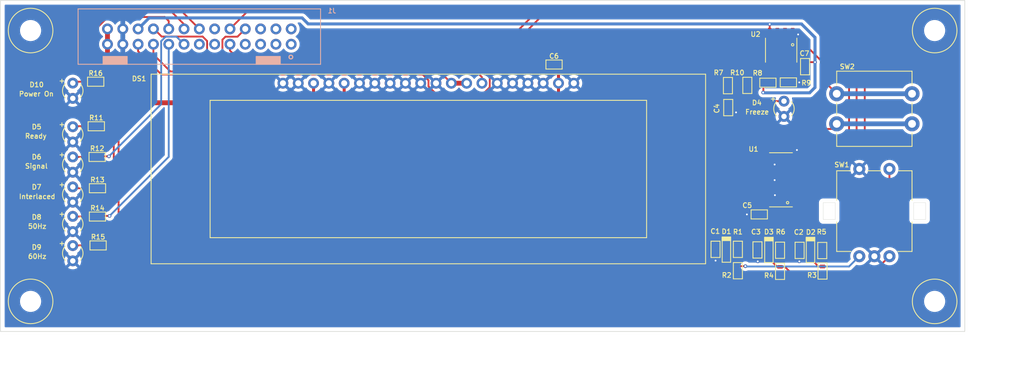
<source format=kicad_pcb>
(kicad_pcb (version 20240108) (generator "pcbnew") (generator_version "8.0")
  (layers (0 "F.Cu" signal) (31 "B.Cu" signal) (34 "B.Paste" user) (35 "F.Paste" user) (36 "B.SilkS" user "B.Silkscreen") (37 "F.SilkS" user "F.Silkscreen") (38 "B.Mask" user) (39 "F.Mask" user) (44 "Edge.Cuts" user))
  (property "VERSION" "1")
  (net 0 "")
  (net 1 "GND")
  (net 2 "Net-(D1-K)")
  (net 3 "Net-(D2-K)")
  (net 4 "Net-(D3-K)")
  (net 5 "Net-(C4-Pad2)")
  (net 6 "+3V3")
  (net 7 "+5V")
  (net 8 "Net-(D1-A)")
  (net 9 "Net-(D2-A)")
  (net 10 "Net-(D3-A)")
  (net 18 "/RENC_A")
  (net 19 "/RENC_B")
  (net 20 "/RENC_SW")
  (net 24 "/D_READY")
  (net 25 "/D_SIGNAL")
  (net 26 "/D_INTERLACED")
  (net 27 "/D_50HZ")
  (net 28 "/D_60HZ")
  (net 29 "/SDA")
  (net 30 "/SCL")
  (net 31 "/FREEZE")
  (net 32 "Net-(U2-THR)")
  (net 33 "Net-(D4-Anode)")
  (net 34 "Net-(D5-Anode)")
  (net 35 "Net-(D6-Anode)")
  (net 36 "Net-(D7-Anode)")
  (net 37 "Net-(D8-Anode)")
  (net 38 "Net-(D9-Anode)")
  (net 39 "Net-(D10-Anode)")
  (footprint "tbc-ui:MH_7.4MMCx3.2MMD_NON_COPPER_NPTH" (layer "F.Cu") (at 85 70)
    (property "Reference" "MH1" (hide yes))
    (property "Value" "MH_7.4MMNCx3.2MMD" (hide yes))
    (pad "" np_thru_hole circle (at 0 0) (size 3.2 3.2) (drill 3.2) (layers "*.Cu" "*.Mask"))
  )
  (footprint "tbc-ui:MH_7.4MMCx3.2MMD_NON_COPPER_NPTH" (layer "F.Cu") (at 235 115)
    (property "Reference" "MH4" (hide yes))
    (property "Value" "MH_7.4MMNCx3.2MMD" (hide yes))
    (pad "" np_thru_hole circle (at 0 0) (size 3.2 3.2) (drill 3.2) (layers "*.Cu" "*.Mask"))
  )
  (footprint "tbc-ui:C0603" (layer "F.Cu") (at 205.9 100.55 180)
    (property "Reference" "C5" (at 2 1.5 180) (layer "F.SilkS") (effects (font (size 0.8 0.8) (thickness 0.15) (bold yes))))
    (property "Value" "100n" (hide yes))
    (pad "1" smd rect (at -0.75 0 180) (size 0.6 0.9) (layers "F.Cu" "F.Paste" "F.Mask") (net 6 "+3V3"))
    (pad "2" smd rect (at 0.75 0 180) (size 0.6 0.9) (layers "F.Cu" "F.Paste" "F.Mask") (net 1 "GND"))
  )
  (footprint "tbc-ui:R0603" (layer "F.Cu") (at 209.35 110 -90)
    (property "Reference" "R4" (at 0.699999 1.849999 180) (layer "F.SilkS") (effects (font (size 0.8 0.8) (thickness 0.15) (bold yes))))
    (property "Value" "10k" (hide yes))
    (pad "1" smd rect (at -0.75 0 270) (size 0.6 0.9) (layers "F.Cu" "F.Paste" "F.Mask") (net 10 "Net-(D3-A)"))
    (pad "2" smd rect (at 0.75 0 270) (size 0.6 0.9) (layers "F.Cu" "F.Paste" "F.Mask") (net 6 "+3V3"))
  )
  (footprint "tbc-ui:1N4148WS" (layer "F.Cu") (at 214.4 106.75 -90)
    (property "Reference" "D2" (at -3.250001 -0.049999 0) (layer "F.SilkS") (effects (font (size 0.8 0.8) (thickness 0.15) (bold yes))))
    (property "Value" "1N4148WS" (hide yes))
    (pad "1" smd rect (at -1.125 0 270) (size 0.85 0.7) (layers "F.Cu" "F.Paste" "F.Mask") (net 3 "Net-(D2-K)"))
    (pad "2" smd rect (at 1.125 0 270) (size 0.85 0.7) (layers "F.Cu" "F.Paste" "F.Mask") (net 9 "Net-(D2-A)"))
  )
  (footprint "tbc-ui:R0603" (layer "F.Cu") (at 203.92 79.115 90)
    (property "Reference" "R10" (at 2.115 -1.67 0) (layer "F.SilkS") (effects (font (size 0.8 0.8) (thickness 0.15) (bold yes))))
    (property "Value" "560" (hide yes))
    (pad "1" smd rect (at -0.75 0 90) (size 0.6 0.9) (layers "F.Cu" "F.Paste" "F.Mask") (net 33 "Net-(D4-Anode)"))
    (pad "2" smd rect (at 0.75 0 90) (size 0.6 0.9) (layers "F.Cu" "F.Paste" "F.Mask") (net 31 "/FREEZE"))
  )
  (footprint "tbc-ui:R0603" (layer "F.Cu") (at 209.35 106.5 -90)
    (property "Reference" "R6" (at -3.05 -0.1 180) (layer "F.SilkS") (effects (font (size 0.8 0.8) (thickness 0.15) (bold yes))))
    (property "Value" "10k" (hide yes))
    (pad "1" smd rect (at -0.75 0 270) (size 0.6 0.9) (layers "F.Cu" "F.Paste" "F.Mask") (net 4 "Net-(D3-K)"))
    (pad "2" smd rect (at 0.75 0 270) (size 0.6 0.9) (layers "F.Cu" "F.Paste" "F.Mask") (net 10 "Net-(D3-A)"))
  )
  (footprint "tbc-ui:C0603" (layer "F.Cu") (at 212.6 106.525 90)
    (property "Reference" "C2" (at 3.025 -0.15 0) (layer "F.SilkS") (effects (font (size 0.8 0.8) (thickness 0.15) (bold yes))))
    (property "Value" "0.01u" (hide yes))
    (pad "1" smd rect (at -0.75 0 90) (size 0.6 0.9) (layers "F.Cu" "F.Paste" "F.Mask") (net 1 "GND"))
    (pad "2" smd rect (at 0.75 0 90) (size 0.6 0.9) (layers "F.Cu" "F.Paste" "F.Mask") (net 3 "Net-(D2-K)"))
  )
  (footprint "tbc-ui:R0603" (layer "F.Cu") (at 95.9 85.9)
    (property "Reference" "R11" (at 0 -1.4 0) (layer "F.SilkS") (effects (font (size 0.8 0.8) (thickness 0.15) (bold yes))))
    (property "Value" "560" (hide yes))
    (pad "1" smd rect (at -0.75 0) (size 0.6 0.9) (layers "F.Cu" "F.Paste" "F.Mask") (net 34 "Net-(D5-Anode)"))
    (pad "2" smd rect (at 0.75 0) (size 0.6 0.9) (layers "F.Cu" "F.Paste" "F.Mask") (net 24 "/D_READY"))
  )
  (footprint "tbc-ui:MH_7.4MMCx3.2MMD_NON_COPPER_NPTH" (layer "F.Cu") (at 235 70)
    (property "Reference" "MH3" (hide yes))
    (property "Value" "MH_7.4MMNCx3.2MMD" (hide yes))
    (pad "" np_thru_hole circle (at 0 0) (size 3.2 3.2) (drill 3.2) (layers "*.Cu" "*.Mask"))
  )
  (footprint "tbc-ui:WP424" (layer "F.Cu") (at 92 87.25)
    (property "Reference" "D5" (at -6 -1.25 0) (layer "F.SilkS") (effects (font (size 0.8 0.8) (thickness 0.15) (bold yes))))
    (property "Value" "WP424GDT" (hide yes))
    (fp_text user "Ready" (at -8 0.75 0) (layer "F.SilkS") (effects (font (size 0.8 0.8) (thickness 0.15) (bold yes)) (justify left bottom)))
    (fp_text user "+" (at -2.4 -1.2 0) (layer "F.SilkS") (effects (font (size 0.8 0.8) (thickness 0.15) (bold yes)) (justify left bottom)))
    (pad "1" thru_hole circle (at 0 1.27) (size 1.8 1.8) (drill 0.9) (layers "*.Cu" "*.Mask") (net 1 "GND"))
    (pad "2" thru_hole circle (at 0 -1.27) (size 1.8 1.8) (drill 0.9) (layers "*.Cu" "*.Mask") (net 34 "Net-(D5-Anode)"))
  )
  (footprint "tbc-ui:R0603" (layer "F.Cu") (at 210.735 78.615 180)
    (property "Reference" "R9" (at -2.965 -0.085 180) (layer "F.SilkS") (effects (font (size 0.8 0.8) (thickness 0.15) (bold yes))))
    (property "Value" "10k" (hide yes))
    (pad "1" smd rect (at -0.75 0 180) (size 0.6 0.9) (layers "F.Cu" "F.Paste" "F.Mask") (net 1 "GND"))
    (pad "2" smd rect (at 0.75 0 180) (size 0.6 0.9) (layers "F.Cu" "F.Paste" "F.Mask") (net 32 "Net-(U2-THR)"))
  )
  (footprint "tbc-ui:WP424" (layer "F.Cu") (at 92 80)
    (property "Reference" "D10" (at -6 -1 0) (layer "F.SilkS") (effects (font (size 0.8 0.8) (thickness 0.15) (bold yes))))
    (property "Value" "WP424NDT" (hide yes))
    (fp_text user "Power On" (at -9 1 0) (layer "F.SilkS") (effects (font (size 0.8 0.8) (thickness 0.15) (bold yes)) (justify left bottom)))
    (fp_text user "+" (at -2.4 -1.2 0) (layer "F.SilkS") (effects (font (size 0.8 0.8) (thickness 0.15) (bold yes)) (justify left bottom)))
    (pad "1" thru_hole circle (at 0 1.27) (size 1.8 1.8) (drill 0.9) (layers "*.Cu" "*.Mask") (net 1 "GND"))
    (pad "2" thru_hole circle (at 0 -1.27) (size 1.8 1.8) (drill 0.9) (layers "*.Cu" "*.Mask") (net 39 "Net-(D10-Anode)"))
  )
  (footprint "tbc-ui:C0603" (layer "F.Cu") (at 171.85 75.65)
    (property "Reference" "C6" (at 0 -1.4 0) (layer "F.SilkS") (effects (font (size 0.8 0.8) (thickness 0.15) (bold yes))))
    (property "Value" "100n" (hide yes))
    (pad "1" smd rect (at -0.75 0) (size 0.6 0.9) (layers "F.Cu" "F.Paste" "F.Mask") (net 1 "GND"))
    (pad "2" smd rect (at 0.75 0) (size 0.6 0.9) (layers "F.Cu" "F.Paste" "F.Mask") (net 6 "+3V3"))
  )
  (footprint "tbc-ui:WP424" (layer "F.Cu") (at 210 83)
    (property "Reference" "D4" (at -4.5 -1 0) (layer "F.SilkS") (effects (font (size 0.8 0.8) (thickness 0.15) (bold yes))))
    (property "Value" "WP424IDT" (hide yes))
    (fp_text user "Freeze" (at -6.5 1 0) (layer "F.SilkS") (effects (font (size 0.8 0.8) (thickness 0.15) (bold yes)) (justify left bottom)))
    (fp_text user "+" (at -2.4 -1.2 0) (layer "F.SilkS") (effects (font (size 0.8 0.8) (thickness 0.15) (bold yes)) (justify left bottom)))
    (pad "1" thru_hole circle (at 0 1.27) (size 1.8 1.8) (drill 0.9) (layers "*.Cu" "*.Mask") (net 1 "GND"))
    (pad "2" thru_hole circle (at 0 -1.27) (size 1.8 1.8) (drill 0.9) (layers "*.Cu" "*.Mask") (net 33 "Net-(D4-Anode)"))
  )
  (footprint "tbc-ui:R0603" (layer "F.Cu") (at 95.8 78.5)
    (property "Reference" "R16" (at 0 -1.4 0) (layer "F.SilkS") (effects (font (size 0.8 0.8) (thickness 0.15) (bold yes))))
    (property "Value" "560" (hide yes))
    (pad "1" smd rect (at -0.75 0) (size 0.6 0.9) (layers "F.Cu" "F.Paste" "F.Mask") (net 39 "Net-(D10-Anode)"))
    (pad "2" smd rect (at 0.75 0) (size 0.6 0.9) (layers "F.Cu" "F.Paste" "F.Mask") (net 6 "+3V3"))
  )
  (footprint "tbc-ui:R0603" (layer "F.Cu") (at 96.1 96.2)
    (property "Reference" "R13" (at 0 -1.4 0) (layer "F.SilkS") (effects (font (size 0.8 0.8) (thickness 0.15) (bold yes))))
    (property "Value" "560" (hide yes))
    (pad "1" smd rect (at -0.75 0) (size 0.6 0.9) (layers "F.Cu" "F.Paste" "F.Mask") (net 36 "Net-(D7-Anode)"))
    (pad "2" smd rect (at 0.75 0) (size 0.6 0.9) (layers "F.Cu" "F.Paste" "F.Mask") (net 26 "/D_INTERLACED"))
  )
  (footprint "tbc-ui:C0603" (layer "F.Cu") (at 200.75 82.8 90)
    (property "Reference" "C4" (at -0.15 -1.9 -90) (layer "F.SilkS") (effects (font (size 0.8 0.8) (thickness 0.15) (bold yes))))
    (property "Value" "1u|25V" (hide yes))
    (pad "1" smd rect (at -0.75 0 90) (size 0.6 0.9) (layers "F.Cu" "F.Paste" "F.Mask") (net 1 "GND"))
    (pad "2" smd rect (at 0.75 0 90) (size 0.6 0.9) (layers "F.Cu" "F.Paste" "F.Mask") (net 5 "Net-(C4-Pad2)"))
  )
  (footprint "tbc-ui:R0603" (layer "F.Cu") (at 200.7 79.15 90)
    (property "Reference" "R7" (at 2.15 -1.55 0) (layer "F.SilkS") (effects (font (size 0.8 0.8) (thickness 0.15) (bold yes))))
    (property "Value" "100k" (hide yes))
    (pad "1" smd rect (at -0.75 0 90) (size 0.6 0.9) (layers "F.Cu" "F.Paste" "F.Mask") (net 5 "Net-(C4-Pad2)"))
    (pad "2" smd rect (at 0.75 0 90) (size 0.6 0.9) (layers "F.Cu" "F.Paste" "F.Mask") (net 31 "/FREEZE"))
  )
  (footprint "tbc-ui:WP424" (layer "F.Cu") (at 92 102.141168)
    (property "Reference" "D8" (at -6 -1.141168 0) (layer "F.SilkS") (effects (font (size 0.8 0.8) (thickness 0.15) (bold yes))))
    (property "Value" "WP424GDT" (hide yes))
    (fp_text user "50Hz" (at -7.5 0.858832 0) (layer "F.SilkS") (effects (font (size 0.8 0.8) (thickness 0.15) (bold yes)) (justify left bottom)))
    (fp_text user "+" (at -2.4 -1.2 0) (layer "F.SilkS") (effects (font (size 0.8 0.8) (thickness 0.15) (bold yes)) (justify left bottom)))
    (pad "1" thru_hole circle (at 0 1.27) (size 1.8 1.8) (drill 0.9) (layers "*.Cu" "*.Mask") (net 1 "GND"))
    (pad "2" thru_hole circle (at 0 -1.27) (size 1.8 1.8) (drill 0.9) (layers "*.Cu" "*.Mask") (net 37 "Net-(D8-Anode)"))
  )
  (footprint "tbc-ui:C0603" (layer "F.Cu") (at 205.6 106.45 90)
    (property "Reference" "C3" (at 3 -0.25 0) (layer "F.SilkS") (effects (font (size 0.8 0.8) (thickness 0.15) (bold yes))))
    (property "Value" "0.01u" (hide yes))
    (pad "1" smd rect (at -0.75 0 90) (size 0.6 0.9) (layers "F.Cu" "F.Paste" "F.Mask") (net 1 "GND"))
    (pad "2" smd rect (at 0.75 0 90) (size 0.6 0.9) (layers "F.Cu" "F.Paste" "F.Mask") (net 4 "Net-(D3-K)"))
  )
  (footprint "tbc-ui:R0603" (layer "F.Cu") (at 96.05 91)
    (property "Reference" "R12" (at 0 -1.4 0) (layer "F.SilkS") (effects (font (size 0.8 0.8) (thickness 0.15) (bold yes))))
    (property "Value" "560" (hide yes))
    (pad "1" smd rect (at -0.75 0) (size 0.6 0.9) (layers "F.Cu" "F.Paste" "F.Mask") (net 35 "Net-(D6-Anode)"))
    (pad "2" smd rect (at 0.75 0) (size 0.6 0.9) (layers "F.Cu" "F.Paste" "F.Mask") (net 25 "/D_SIGNAL"))
  )
  (footprint "tbc-ui:R0603" (layer "F.Cu") (at 96.2 105.7)
    (property "Reference" "R15" (at 0 -1.4 0) (layer "F.SilkS") (effects (font (size 0.8 0.8) (thickness 0.15) (bold yes))))
    (property "Value" "560" (hide yes))
    (pad "1" smd rect (at -0.75 0) (size 0.6 0.9) (layers "F.Cu" "F.Paste" "F.Mask") (net 38 "Net-(D9-Anode)"))
    (pad "2" smd rect (at 0.75 0) (size 0.6 0.9) (layers "F.Cu" "F.Paste" "F.Mask") (net 28 "/D_60HZ"))
  )
  (footprint "tbc-ui:R0603" (layer "F.Cu") (at 207.335 78.665 180)
    (property "Reference" "R8" (at 1.715 1.6 180) (layer "F.SilkS") (effects (font (size 0.8 0.8) (thickness 0.15) (bold yes))))
    (property "Value" "10k" (hide yes))
    (pad "1" smd rect (at -0.75 0 180) (size 0.6 0.9) (layers "F.Cu" "F.Paste" "F.Mask") (net 32 "Net-(U2-THR)"))
    (pad "2" smd rect (at 0.75 0 180) (size 0.6 0.9) (layers "F.Cu" "F.Paste" "F.Mask") (net 7 "+5V"))
  )
  (footprint "tbc-ui:SOIC-8" (layer "F.Cu") (at 209.535 73.265 180)
    (property "Reference" "U2" (at 4.25 2.65 0) (layer "F.SilkS") (effects (font (size 0.8 0.8) (thickness 0.15) (bold yes))))
    (property "Value" "ICM7555CBAZ" (hide yes))
    (pad "1" smd rect (at -1.905 2.6 180) (size 0.6 2.2) (layers "F.Cu" "F.Paste" "F.Mask") (net 1 "GND"))
    (pad "2" smd rect (at -0.635 2.6 180) (size 0.6 2.2) (layers "F.Cu" "F.Paste" "F.Mask") (net 32 "Net-(U2-THR)"))
    (pad "3" smd rect (at 0.635 2.6 180) (size 0.6 2.2) (layers "F.Cu" "F.Paste" "F.Mask") (net 31 "/FREEZE"))
    (pad "4" smd rect (at 1.905 2.6 180) (size 0.6 2.2) (layers "F.Cu" "F.Paste" "F.Mask") (net 7 "+5V"))
    (pad "5" smd rect (at 1.905 -2.6 180) (size 0.6 2.2) (layers "F.Cu" "B.Adhes" "F.Paste" "F.Mask"))
    (pad "6" smd rect (at 0.635 -2.6 180) (size 0.6 2.2) (layers "F.Cu" "B.Adhes" "F.Paste" "F.Mask") (net 32 "Net-(U2-THR)"))
    (pad "7" smd rect (at -0.635 -2.6 180) (size 0.6 2.2) (layers "F.Cu" "B.Adhes" "F.Paste" "F.Mask"))
    (pad "8" smd rect (at -1.905 -2.6 180) (size 0.6 2.2) (layers "F.Cu" "B.Adhes" "F.Paste" "F.Mask") (net 7 "+5V"))
  )
  (footprint "tbc-ui:TL1100F" (layer "F.Cu") (at 225 83)
    (property "Reference" "SW2" (at -4.5 -7 0) (layer "F.SilkS") (effects (font (size 0.8 0.8) (thickness 0.15) (bold yes))))
    (property "Value" "TL1100F160Q" (hide yes))
    (pad "1" thru_hole circle (at -6.25 2.5) (size 2.5 2.5) (drill 1.3) (layers "*.Cu" "*.Mask") (net 5 "Net-(C4-Pad2)"))
    (pad "2" thru_hole circle (at 6.25 2.5) (size 2.5 2.5) (drill 1.3) (layers "*.Cu" "*.Mask") (net 5 "Net-(C4-Pad2)"))
    (pad "3" thru_hole circle (at -6.25 -2.5) (size 2.5 2.5) (drill 1.3) (layers "*.Cu" "*.Mask") (net 32 "Net-(U2-THR)"))
    (pad "4" thru_hole circle (at 6.25 -2.5) (size 2.5 2.5) (drill 1.3) (layers "*.Cu" "*.Mask") (net 32 "Net-(U2-THR)"))
  )
  (footprint "tbc-ui:R0603" (layer "F.Cu") (at 202.35 106.35 -90)
    (property "Reference" "R1" (at -2.9 0 180) (layer "F.SilkS") (effects (font (size 0.8 0.8) (thickness 0.15) (bold yes))))
    (property "Value" "10k" (hide yes))
    (pad "1" smd rect (at -0.75 0 270) (size 0.6 0.9) (layers "F.Cu" "F.Paste" "F.Mask") (net 2 "Net-(D1-K)"))
    (pad "2" smd rect (at 0.75 0 270) (size 0.6 0.9) (layers "F.Cu" "F.Paste" "F.Mask") (net 8 "Net-(D1-A)"))
  )
  (footprint "tbc-ui:1N4148WS" (layer "F.Cu") (at 207.5 106.75 -90)
    (property "Reference" "D3" (at -3.3 0 0) (layer "F.SilkS") (effects (font (size 0.8 0.8) (thickness 0.15) (bold yes))))
    (property "Value" "1N4148WS" (hide yes))
    (pad "1" smd rect (at -1.125 0 270) (size 0.85 0.7) (layers "F.Cu" "F.Paste" "F.Mask") (net 4 "Net-(D3-K)"))
    (pad "2" smd rect (at 1.125 0 270) (size 0.85 0.7) (layers "F.Cu" "F.Paste" "F.Mask") (net 10 "Net-(D3-A)"))
  )
  (footprint "tbc-ui:WP424" (layer "F.Cu") (at 92 107)
    (property "Reference" "D9" (at -6 -1 0) (layer "F.SilkS") (effects (font (size 0.8 0.8) (thickness 0.15) (bold yes))))
    (property "Value" "WP424GDT" (hide yes))
    (fp_text user "+" (at -2.4 -1.2 0) (layer "F.SilkS") (effects (font (size 0.8 0.8) (thickness 0.15) (bold yes)) (justify left bottom)))
    (fp_text user "60Hz" (at -7.5 1 0) (layer "F.SilkS") (effects (font (size 0.8 0.8) (thickness 0.15) (bold yes)) (justify left bottom)))
    (pad "1" thru_hole circle (at 0 1.27) (size 1.8 1.8) (drill 0.9) (layers "*.Cu" "*.Mask") (net 1 "GND"))
    (pad "2" thru_hole circle (at 0 -1.27) (size 1.8 1.8) (drill 0.9) (layers "*.Cu" "*.Mask") (net 38 "Net-(D9-Anode)"))
  )
  (footprint "tbc-ui:1N4148WS" (layer "F.Cu") (at 200.45 106.7 -90)
    (property "Reference" "D1" (at -3.300001 0.000001 0) (layer "F.SilkS") (effects (font (size 0.8 0.8) (thickness 0.15) (bold yes))))
    (property "Value" "1N4148WS" (hide yes))
    (pad "1" smd rect (at -1.125 0 270) (size 0.85 0.7) (layers "F.Cu" "F.Paste" "F.Mask") (net 2 "Net-(D1-K)"))
    (pad "2" smd rect (at 1.125 0 270) (size 0.85 0.7) (layers "F.Cu" "F.Paste" "F.Mask") (net 8 "Net-(D1-A)"))
  )
  (footprint "tbc-ui:C0603" (layer "F.Cu") (at 198.65 106.35 90)
    (property "Reference" "C1" (at 3 -0.05 0) (layer "F.SilkS") (effects (font (size 0.8 0.8) (thickness 0.15) (bold yes))))
    (property "Value" "0.01u" (hide yes))
    (pad "1" smd rect (at -0.75 0 90) (size 0.6 0.9) (layers "F.Cu" "F.Paste" "F.Mask") (net 1 "GND"))
    (pad "2" smd rect (at 0.75 0 90) (size 0.6 0.9) (layers "F.Cu" "F.Paste" "F.Mask") (net 2 "Net-(D1-K)"))
  )
  (footprint "tbc-ui:NHD-0420CW" (layer "F.Cu") (at 151 93)
    (property "Reference" "DS1" (at -48 -15 0) (layer "F.SilkS") (effects (font (size 0.8 0.8) (thickness 0.15) (bold yes))))
    (property "Value" "NHD-0420CW-AW3" (hide yes))
    (pad "1" thru_hole circle (at 24.13 -14.25) (size 1.8 1.8) (drill 1) (layers "*.Cu" "*.Mask") (net 1 "GND"))
    (pad "2" thru_hole circle (at 21.59 -14.25) (size 1.8 1.8) (drill 1) (layers "*.Cu" "*.Mask") (net 6 "+3V3"))
    (pad "3" thru_hole circle (at 19.05 -14.25) (size 1.8 1.8) (drill 1) (layers "*.Cu" "*.Mask") (net 1 "GND"))
    (pad "4" thru_hole circle (at 16.51 -14.25) (size 1.8 1.8) (drill 1) (layers "*.Cu" "*.Mask") (net 1 "GND"))
    (pad "5" thru_hole circle (at 13.97 -14.25) (size 1.8 1.8) (drill 1) (layers "*.Cu" "*.Mask") (net 1 "GND"))
    (pad "6" thru_hole circle (at 11.43 -14.25) (size 1.8 1.8) (drill 1) (layers "*.Cu" "*.Mask") (net 1 "GND"))
    (pad "7" thru_hole circle (at 8.89 -14.25) (size 1.8 1.8) (drill 1) (layers "*.Cu" "*.Mask") (net 30 "/SCL"))
    (pad "8" thru_hole circle (at 6.35 -14.25) (size 1.8 1.8) (drill 1) (layers "*.Cu" "*.Mask") (net 29 "/SDA"))
    (pad "9" thru_hole circle (at 3.81 -14.25) (size 1.8 1.8) (drill 1) (layers "*.Cu" "*.Mask") (net 29 "/SDA"))
    (pad "10" thru_hole circle (at 1.27 -14.25) (size 1.8 1.8) (drill 1) (layers "*.Cu" "*.Mask") (net 1 "GND"))
    (pad "11" thru_hole circle (at -1.27 -14.25) (size 1.8 1.8) (drill 1) (layers "*.Cu" "*.Mask") (net 1 "GND"))
    (pad "12" thru_hole circle (at -3.81 -14.25) (size 1.8 1.8) (drill 1) (layers "*.Cu" "*.Mask") (net 1 "GND"))
    (pad "13" thru_hole circle (at -6.35 -14.25) (size 1.8 1.8) (drill 1) (layers "*.Cu" "*.Mask") (net 1 "GND"))
    (pad "14" thru_hole circle (at -8.89 -14.25) (size 1.8 1.8) (drill 1) (layers "*.Cu" "*.Mask") (net 1 "GND"))
    (pad "15" thru_hole circle (at -11.43 -14.25) (size 1.8 1.8) (drill 1) (layers "*.Cu" "*.Mask") (net 1 "GND"))
    (pad "16" thru_hole circle (at -13.97 -14.25) (size 1.8 1.8) (drill 1) (layers "*.Cu" "*.Mask") (net 6 "+3V3"))
    (pad "17" thru_hole circle (at -16.51 -14.25) (size 1.8 1.8) (drill 1) (layers "*.Cu" "*.Mask") (net 1 "GND"))
    (pad "18" thru_hole circle (at -19.05 -14.25) (size 1.8 1.8) (drill 1) (layers "*.Cu" "*.Mask") (net 6 "+3V3"))
    (pad "19" thru_hole circle (at -21.59 -14.25) (size 1.8 1.8) (drill 1) (layers "*.Cu" "*.Mask") (net 1 "GND"))
    (pad "20" thru_hole circle (at -24.13 -14.25) (size 1.8 1.8) (drill 1) (layers "*.Cu" "*.Mask") (net 1 "GND"))
  )
  (footprint "tbc-ui:R0603" (layer "F.Cu") (at 216.4 109.95 -90)
    (property "Reference" "R3" (at 0.699999 1.749999 180) (layer "F.SilkS") (effects (font (size 0.8 0.8) (thickness 0.15) (bold yes))))
    (property "Value" "10k" (hide yes))
    (pad "1" smd rect (at -0.75 0 270) (size 0.6 0.9) (layers "F.Cu" "F.Paste" "F.Mask") (net 9 "Net-(D2-A)"))
    (pad "2" smd rect (at 0.75 0 270) (size 0.6 0.9) (layers "F.Cu" "F.Paste" "F.Mask") (net 6 "+3V3"))
  )
  (footprint "tbc-ui:C0603" (layer "F.Cu") (at 213.5 76 90)
    (property "Reference" "C7" (at 2.2 -0.1 0) (layer "F.SilkS") (effects (font (size 0.8 0.8) (thickness 0.15) (bold yes))))
    (property "Value" "100n" (hide yes))
    (pad "1" smd rect (at -0.75 0 90) (size 0.6 0.9) (layers "F.Cu" "F.Paste" "F.Mask") (net 1 "GND"))
    (pad "2" smd rect (at 0.75 0 90) (size 0.6 0.9) (layers "F.Cu" "F.Paste" "F.Mask") (net 7 "+5V"))
  )
  (footprint "tbc-ui:PEC11R-4xxxF-Sxxx" (layer "F.Cu") (at 225 100)
    (property "Reference" "SW1" (at -5.4 -7.7 0) (layer "F.SilkS") (effects (font (size 0.8 0.8) (thickness 0.15) (bold yes))))
    (property "Value" "PEC11R-4220F-S0024" (hide yes))
    (fp_rect (start -8.5 -1.4) (end -6.5 1.4) (stroke (width 0.05)) (fill none) (layer "Edge.Cuts"))
    (fp_rect (start 8.5 -1.4) (end 6.5 1.4) (stroke (width 0.05)) (fill none) (layer "Edge.Cuts"))
    (pad "A" thru_hole circle (at -2.5 7.5) (size 2 2) (drill 1) (layers "*.Cu" "*.Mask") (net 8 "Net-(D1-A)"))
    (pad "B" thru_hole circle (at 2.5 7.5) (size 2 2) (drill 1) (layers "*.Cu" "*.Mask") (net 10 "Net-(D3-A)"))
    (pad "C" thru_hole circle (at 0 7.5) (size 2 2) (drill 1) (layers "*.Cu" "*.Mask") (net 1 "GND"))
    (pad "S1" thru_hole circle (at -2.5 -7) (size 2 2) (drill 1) (layers "*.Cu" "*.Mask") (net 1 "GND"))
    (pad "S2" thru_hole circle (at 2.5 -7) (size 2 2) (drill 1) (layers "*.Cu" "*.Mask") (net 9 "Net-(D2-A)"))
  )
  (footprint "tbc-ui:MH_7.4MMCx3.2MMD_NON_COPPER_NPTH" (layer "F.Cu") (at 85 115)
    (property "Reference" "MH2" (hide yes))
    (property "Value" "MH_7.4MMNCx3.2MMD" (hide yes))
    (pad "" np_thru_hole circle (at 0 0) (size 3.2 3.2) (drill 3.2) (layers "*.Cu" "*.Mask"))
  )
  (footprint "tbc-ui:SOIC-14" (layer "F.Cu") (at 209.5 94.8 90)
    (property "Reference" "U1" (at 5.1 -4.55 0) (layer "F.SilkS") (effects (font (size 0.8 0.8))))
    (property "Value" "CD74HC14M96" (hide yes))
    (pad "1" smd rect (at -3.81 2.7 90) (size 0.7 2) (layers "F.Cu" "F.Paste" "F.Mask") (net 3 "Net-(D2-K)"))
    (pad "2" smd rect (at -2.54 2.7 90) (size 0.7 2) (layers "F.Cu" "F.Paste" "F.Mask") (net 20 "/RENC_SW"))
    (pad "3" smd rect (at -1.27 2.7 90) (size 0.7 2) (layers "F.Cu" "F.Paste" "F.Mask") (net 4 "Net-(D3-K)"))
    (pad "4" smd rect (at 0 2.7 90) (size 0.7 2) (layers "F.Cu" "F.Paste" "F.Mask") (net 19 "/RENC_B"))
    (pad "5" smd rect (at 1.27 2.7 90) (size 0.7 2) (layers "F.Cu" "F.Paste" "F.Mask") (net 2 "Net-(D1-K)"))
    (pad "6" smd rect (at 2.54 2.7 90) (size 0.7 2) (layers "F.Cu" "F.Paste" "F.Mask") (net 18 "/RENC_A"))
    (pad "7" smd rect (at 3.81 2.7 90) (size 0.7 2) (layers "F.Cu" "F.Paste" "F.Mask") (net 1 "GND"))
    (pad "8" smd rect (at 3.81 -2.7 90) (size 0.7 2) (layers "F.Cu" "F.Paste" "F.Mask"))
    (pad "9" smd rect (at 2.54 -2.7 90) (size 0.7 2) (layers "F.Cu" "F.Paste" "F.Mask") (net 1 "GND"))
    (pad "10" smd rect (at 1.27 -2.7 90) (size 0.7 2) (layers "F.Cu" "F.Paste" "F.Mask"))
    (pad "11" smd rect (at 0 -2.7 90) (size 0.7 2) (layers "F.Cu" "F.Paste" "F.Mask") (net 1 "GND"))
    (pad "12" smd rect (at -1.27 -2.7 90) (size 0.7 2) (layers "F.Cu" "F.Paste" "F.Mask"))
    (pad "13" smd rect (at -2.54 -2.7 90) (size 0.7 2) (layers "F.Cu" "F.Paste" "F.Mask") (net 1 "GND"))
    (pad "14" smd rect (at -3.81 -2.7 90) (size 0.7 2) (layers "F.Cu" "F.Paste" "F.Mask") (net 6 "+3V3"))
  )
  (footprint "tbc-ui:R0603" (layer "F.Cu") (at 216.35 106.55 -90)
    (property "Reference" "R5" (at -3.1 0.1 180) (layer "F.SilkS") (effects (font (size 0.8 0.8) (thickness 0.15) (bold yes))))
    (property "Value" "10k" (hide yes))
    (pad "1" smd rect (at -0.75 0 270) (size 0.6 0.9) (layers "F.Cu" "F.Paste" "F.Mask") (net 3 "Net-(D2-K)"))
    (pad "2" smd rect (at 0.75 0 270) (size 0.6 0.9) (layers "F.Cu" "F.Paste" "F.Mask") (net 9 "Net-(D2-A)"))
  )
  (footprint "tbc-ui:WP424" (layer "F.Cu") (at 92 92.27)
    (property "Reference" "D6" (at -6 -1.27 0) (layer "F.SilkS") (effects (font (size 0.8 0.8) (thickness 0.15) (bold yes))))
    (property "Value" "WP424GDT" (hide yes))
    (fp_text user "Signal" (at -8 0.73 0) (layer "F.SilkS") (effects (font (size 0.8 0.8) (thickness 0.15) (bold yes)) (justify left bottom)))
    (fp_text user "+" (at -2.4 -1.2 0) (layer "F.SilkS") (effects (font (size 0.8 0.8) (thickness 0.15) (bold yes)) (justify left bottom)))
    (pad "1" thru_hole circle (at 0 1.27) (size 1.8 1.8) (drill 0.9) (layers "*.Cu" "*.Mask") (net 1 "GND"))
    (pad "2" thru_hole circle (at 0 -1.27) (size 1.8 1.8) (drill 0.9) (layers "*.Cu" "*.Mask") (net 35 "Net-(D6-Anode)"))
  )
  (footprint "tbc-ui:R0603" (layer "F.Cu") (at 202.35 109.9 90)
    (property "Reference" "R2" (at -0.75 -1.85 0) (layer "F.SilkS") (effects (font (size 0.8 0.8) (thickness 0.15) (bold yes))))
    (property "Value" "10k" (hide yes))
    (pad "1" smd rect (at -0.75 0 90) (size 0.6 0.9) (layers "F.Cu" "F.Paste" "F.Mask") (net 6 "+3V3"))
    (pad "2" smd rect (at 0.75 0 90) (size 0.6 0.9) (layers "F.Cu" "F.Paste" "F.Mask") (net 8 "Net-(D1-A)"))
  )
  (footprint "tbc-ui:R0603" (layer "F.Cu") (at 96.1 100.9)
    (property "Reference" "R14" (at 0 -1.4 0) (layer "F.SilkS") (effects (font (size 0.8 0.8) (thickness 0.15) (bold yes))))
    (property "Value" "560" (hide yes))
    (pad "1" smd rect (at -0.75 0) (size 0.6 0.9) (layers "F.Cu" "F.Paste" "F.Mask") (net 37 "Net-(D8-Anode)"))
    (pad "2" smd rect (at 0.75 0) (size 0.6 0.9) (layers "F.Cu" "F.Paste" "F.Mask") (net 27 "/D_50HZ"))
  )
  (footprint "tbc-ui:WP424" (layer "F.Cu") (at 92 97.25)
    (property "Reference" "D7" (at -6 -1.25 0) (layer "F.SilkS") (effects (font (size 0.8 0.8) (thickness 0.15) (bold yes))))
    (property "Value" "WP424GDT" (hide yes))
    (fp_text user "Interlaced" (at -9 0.8 0) (layer "F.SilkS") (effects (font (size 0.8 0.8) (thickness 0.15) (bold yes)) (justify left bottom)))
    (fp_text user "+" (at -2.4 -1.2 0) (layer "F.SilkS") (effects (font (size 0.8 0.8) (thickness 0.15) (bold yes)) (justify left bottom)))
    (pad "1" thru_hole circle (at 0 1.27) (size 1.8 1.8) (drill 0.9) (layers "*.Cu" "*.Mask") (net 1 "GND"))
    (pad "2" thru_hole circle (at 0 -1.27) (size 1.8 1.8) (drill 0.9) (layers "*.Cu" "*.Mask") (net 36 "Net-(D7-Anode)"))
  )
  (footprint "tbc-ui:75869-105LF" (layer "B.Cu") (at 113 71 180)
    (property "Reference" "J1" (at -22 4.27 0) (layer "B.SilkS") (effects (font (size 0.8 0.8) (thickness 0.15) (bold yes)) (justify mirror)))
    (property "Value" "75869-105LF" (hide yes))
    (pad "1" thru_hole circle (at -15.24 -1.27 180) (size 1.8 1.8) (drill 1) (layers "*.Cu" "*.Mask"))
    (pad "2" thru_hole circle (at -15.24 1.27 180) (size 1.8 1.8) (drill 1) (layers "*.Cu" "*.Mask"))
    (pad "3" thru_hole circle (at -12.7 -1.27 180) (size 1.8 1.8) (drill 1) (layers "*.Cu" "*.Mask"))
    (pad "4" thru_hole circle (at -12.7 1.27 180) (size 1.8 1.8) (drill 1) (layers "*.Cu" "*.Mask"))
    (pad "5" thru_hole circle (at -10.16 -1.27 180) (size 1.8 1.8) (drill 1) (layers "*.Cu" "*.Mask"))
    (pad "6" thru_hole circle (at -10.16 1.27 180) (size 1.8 1.8) (drill 1) (layers "*.Cu" "*.Mask"))
    (pad "7" thru_hole circle (at -7.62 -1.27 180) (size 1.8 1.8) (drill 1) (layers "*.Cu" "*.Mask"))
    (pad "8" thru_hole circle (at -7.62 1.27 180) (size 1.8 1.8) (drill 1) (layers "*.Cu" "*.Mask") (net 18 "/RENC_A"))
    (pad "9" thru_hole circle (at -5.08 -1.27 180) (size 1.8 1.8) (drill 1) (layers "*.Cu" "*.Mask") (net 19 "/RENC_B"))
    (pad "10" thru_hole circle (at -5.08 1.27 180) (size 1.8 1.8) (drill 1) (layers "*.Cu" "*.Mask") (net 20 "/RENC_SW"))
    (pad "11" thru_hole circle (at -2.54 -1.27 180) (size 1.8 1.8) (drill 1) (layers "*.Cu" "*.Mask"))
    (pad "12" thru_hole circle (at -2.54 1.27 180) (size 1.8 1.8) (drill 1) (layers "*.Cu" "*.Mask"))
    (pad "13" thru_hole circle (at 0 -1.27 180) (size 1.8 1.8) (drill 1) (layers "*.Cu" "*.Mask"))
    (pad "14" thru_hole circle (at 0 1.27 180) (size 1.8 1.8) (drill 1) (layers "*.Cu" "*.Mask") (net 24 "/D_READY"))
    (pad "15" thru_hole circle (at 2.54 -1.27 180) (size 1.8 1.8) (drill 1) (layers "*.Cu" "*.Mask") (net 25 "/D_SIGNAL"))
    (pad "16" thru_hole circle (at 2.54 1.27 180) (size 1.8 1.8) (drill 1) (layers "*.Cu" "*.Mask") (net 26 "/D_INTERLACED"))
    (pad "17" thru_hole circle (at 5.08 -1.27 180) (size 1.8 1.8) (drill 1) (layers "*.Cu" "*.Mask") (net 27 "/D_50HZ"))
    (pad "18" thru_hole circle (at 5.08 1.27 180) (size 1.8 1.8) (drill 1) (layers "*.Cu" "*.Mask") (net 28 "/D_60HZ"))
    (pad "19" thru_hole circle (at 7.62 -1.27 180) (size 1.8 1.8) (drill 1) (layers "*.Cu" "*.Mask") (net 29 "/SDA"))
    (pad "20" thru_hole circle (at 7.62 1.27 180) (size 1.8 1.8) (drill 1) (layers "*.Cu" "*.Mask") (net 30 "/SCL"))
    (pad "21" thru_hole circle (at 10.16 -1.27 180) (size 1.8 1.8) (drill 1) (layers "*.Cu" "*.Mask") (net 31 "/FREEZE"))
    (pad "22" thru_hole circle (at 10.16 1.27 180) (size 1.8 1.8) (drill 1) (layers "*.Cu" "*.Mask") (net 7 "+5V"))
    (pad "23" thru_hole circle (at 12.7 -1.27 180) (size 1.8 1.8) (drill 1) (layers "*.Cu" "*.Mask") (net 1 "GND"))
    (pad "24" thru_hole circle (at 12.7 1.27 180) (size 1.8 1.8) (drill 1) (layers "*.Cu" "*.Mask") (net 1 "GND"))
    (pad "25" thru_hole circle (at 15.24 -1.27 180) (size 1.8 1.8) (drill 1) (layers "*.Cu" "*.Mask") (net 6 "+3V3"))
    (pad "26" thru_hole circle (at 15.24 1.27 180) (size 1.8 1.8) (drill 1) (layers "*.Cu" "*.Mask") (net 6 "+3V3"))
  )
  (gr_rect (start 80 65) (end 240 120) (stroke (width 0.1)) (fill none) (layer "Edge.Cuts"))
  (segment (start 213.5 76.75) (end 213.5 77.65) (width 0.3) (layer "F.Cu") (net 1))
  (segment (start 205.65 107.25) (end 205.6 107.2) (width 0.5) (layer "F.Cu") (net 1))
  (segment (start 212.2 90.99) (end 212.2 89.9) (width 0.3) (layer "F.Cu") (net 1))
  (segment (start 208.49 97.34) (end 208.5 97.35) (width 0.3) (layer "F.Cu") (net 1))
  (segment (start 212.55 107.325) (end 212.6 107.275) (width 0.5) (layer "F.Cu") (net 1))
  (segment (start 200.75 83.55) (end 202 83.55) (width 0.3) (layer "F.Cu") (net 1))
  (segment (start 208.45 92.26) (end 206.8 92.26) (width 0.3) (layer "F.Cu") (net 1))
  (segment (start 213.5 77.65) (end 212.535 78.615) (width 0.3) (layer "F.Cu") (net 1))
  (segment (start 208.4 94.8) (end 208.45 94.85) (width 0.3) (layer "F.Cu") (net 1))
  (segment (start 202 83.55) (end 202.05 83.6) (width 0.3) (layer "F.Cu") (net 1))
  (segment (start 212.55 108.35) (end 212.55 107.325) (width 0.5) (layer "F.Cu") (net 1))
  (segment (start 206.8 94.8) (end 208.4 94.8) (width 0.3) (layer "F.Cu") (net 1))
  (segment (start 171.1 75.65) (end 171.1 77.7) (width 0.5) (layer "F.Cu") (net 1))
  (segment (start 205.15 100.55) (end 203.85 100.55) (width 0.3) (layer "F.Cu") (net 1))
  (segment (start 211.485 78.615) (end 212.535 78.615) (width 0.3) (layer "F.Cu") (net 1))
  (segment (start 212.2 89.9) (end 212.15 89.85) (width 0.3) (layer "F.Cu") (net 1))
  (segment (start 171.1 77.7) (end 170.05 78.75) (width 0.5) (layer "F.Cu") (net 1))
  (segment (start 198.65 108.225) (end 198.65 107.1) (width 0.5) (layer "F.Cu") (net 1))
  (segment (start 205.65 108.35) (end 205.65 107.25) (width 0.5) (layer "F.Cu") (net 1))
  (segment (start 211.455 70.65) (end 211.44 70.665) (width 0.3) (layer "F.Cu") (net 1))
  (segment (start 212.35 70.65) (end 211.455 70.65) (width 0.3) (layer "F.Cu") (net 1))
  (segment (start 206.8 97.34) (end 208.49 97.34) (width 0.3) (layer "F.Cu") (net 1))
  (via (at 198.65 108.225) (size 0.6) (drill 0.3) (layers "F.Cu" "B.Cu") (net 1))
  (via (at 212.535 78.615) (size 0.6) (drill 0.3) (layers "F.Cu" "B.Cu") (net 1))
  (via (at 208.5 97.35) (size 0.6) (drill 0.3) (layers "F.Cu" "B.Cu") (net 1))
  (via (at 208.45 94.85) (size 0.6) (drill 0.3) (layers "F.Cu" "B.Cu") (net 1))
  (via (at 212.15 89.85) (size 0.6) (drill 0.3) (layers "F.Cu" "B.Cu") (net 1))
  (via (at 205.65 108.35) (size 0.6) (drill 0.3) (layers "F.Cu" "B.Cu") (net 1))
  (via (at 202.05 83.6) (size 0.6) (drill 0.3) (layers "F.Cu" "B.Cu") (net 1))
  (via (at 208.45 92.26) (size 0.6) (drill 0.3) (layers "F.Cu" "B.Cu") (net 1))
  (via (at 212.55 108.35) (size 0.6) (drill 0.3) (layers "F.Cu" "B.Cu") (net 1))
  (via (at 203.85 100.55) (size 0.6) (drill 0.3) (layers "F.Cu" "B.Cu") (net 1))
  (via (at 212.35 70.65) (size 0.6) (drill 0.3) (layers "F.Cu" "B.Cu") (net 1))
  (segment (start 100.3 72.27) (end 100.3 74.3) (width 0.8) (layer "B.Cu") (net 1))
  (segment (start 100.3 69.73) (end 100.3 68.05) (width 0.8) (layer "B.Cu") (net 1))
  (segment (start 100.3 69.73) (end 100.3 72.27) (width 0.8) (layer "B.Cu") (net 1))
  (segment (start 200.425 105.6) (end 200.45 105.575) (width 0.5) (layer "F.Cu") (net 2))
  (segment (start 200.425 104.175) (end 202.25 102.35) (width 0.3) (layer "F.Cu") (net 2))
  (segment (start 207.65 102.35) (end 209.45 100.55) (width 0.3) (layer "F.Cu") (net 2))
  (segment (start 200.425 105.6) (end 200.425 104.175) (width 0.3) (layer "F.Cu") (net 2))
  (segment (start 209.45 94.98) (end 210.9 93.53) (width 0.3) (layer "F.Cu") (net 2))
  (segment (start 202.35 105.6) (end 200.475 105.6) (width 0.3) (layer "F.Cu") (net 2))
  (segment (start 202.25 102.35) (end 207.65 102.35) (width 0.3) (layer "F.Cu") (net 2))
  (segment (start 200.475 105.6) (end 200.45 105.575) (width 0.5) (layer "F.Cu") (net 2))
  (segment (start 210.9 93.53) (end 212.2 93.53) (width 0.3) (layer "F.Cu") (net 2))
  (segment (start 198.65 105.6) (end 200.425 105.6) (width 0.3) (layer "F.Cu") (net 2))
  (segment (start 209.45 100.55) (end 209.45 94.98) (width 0.3) (layer "F.Cu") (net 2))
  (segment (start 213.71 98.61) (end 214.2 99.1) (width 0.3) (layer "F.Cu") (net 3))
  (segment (start 212.75 105.625) (end 212.6 105.775) (width 0.3) (layer "F.Cu") (net 3))
  (segment (start 212.2 98.61) (end 213.71 98.61) (width 0.3) (layer "F.Cu") (net 3))
  (segment (start 214.575 105.8) (end 214.4 105.625) (width 0.3) (layer "F.Cu") (net 3))
  (segment (start 216.35 105.8) (end 214.575 105.8) (width 0.3) (layer "F.Cu") (net 3))
  (segment (start 214.4 99.3) (end 214.2 99.1) (width 0.3) (layer "F.Cu") (net 3))
  (segment (start 214.4 105.625) (end 212.75 105.625) (width 0.3) (layer "F.Cu") (net 3))
  (segment (start 214.4 105.625) (end 214.4 99.3) (width 0.3) (layer "F.Cu") (net 3))
  (segment (start 207.5 105.625) (end 207.5 104.3) (width 0.3) (layer "F.Cu") (net 4))
  (segment (start 207.5 105.625) (end 205.675 105.625) (width 0.3) (layer "F.Cu") (net 4))
  (segment (start 207.5 104.3) (end 210.25 101.55) (width 0.3) (layer "F.Cu") (net 4))
  (segment (start 211.58 96.07) (end 212.2 96.07) (width 0.3) (layer "F.Cu") (net 4))
  (segment (start 210.25 101.55) (end 210.25 97.4) (width 0.3) (layer "F.Cu") (net 4))
  (segment (start 210.25 97.4) (end 211.58 96.07) (width 0.3) (layer "F.Cu") (net 4))
  (segment (start 209.225 105.625) (end 209.35 105.75) (width 0.3) (layer "F.Cu") (net 4))
  (segment (start 207.5 105.625) (end 209.225 105.625) (width 0.3) (layer "F.Cu") (net 4))
  (segment (start 205.675 105.625) (end 205.6 105.7) (width 0.3) (layer "F.Cu") (net 4))
  (segment (start 202 82.05) (end 206.3 86.35) (width 0.3) (layer "F.Cu") (net 5))
  (segment (start 200.7 82) (end 200.75 82.05) (width 0.3) (layer "F.Cu") (net 5))
  (segment (start 200.7 79.9) (end 200.7 82) (width 0.3) (layer "F.Cu") (net 5))
  (segment (start 200.75 82.05) (end 202 82.05) (width 0.3) (layer "F.Cu") (net 5))
  (segment (start 206.3 86.35) (end 217.9 86.35) (width 0.3) (layer "F.Cu") (net 5))
  (segment (start 217.9 86.35) (end 218.75 85.5) (width 0.3) (layer "F.Cu") (net 5))
  (segment (start 218.75 85.5) (end 231.25 85.5) (width 0.8) (layer "B.Cu") (net 5))
  (segment (start 97.76 72.27) (end 97.76 74.76) (width 0.8) (layer "F.Cu") (net 6))
  (segment (start 97.76 72.27) (end 97.76 72.24) (width 0.5) (layer "F.Cu") (net 6))
  (segment (start 206.65 100.55) (end 206.65 98.76) (width 0.3) (layer "F.Cu") (net 6))
  (segment (start 216.4 110.7) (end 216.4 111.6) (width 0.5) (layer "F.Cu") (net 6))
  (segment (start 97.76 72.24) (end 98 72) (width 0.5) (layer "F.Cu") (net 6))
  (segment (start 172.59 75.66) (end 172.6 75.65) (width 0.5) (layer "F.Cu") (net 6))
  (segment (start 199.16 98.61) (end 195.25 94.7) (width 0.5) (layer "F.Cu") (net 6))
  (segment (start 215.7 112.4) (end 209.45 112.4) (width 0.5) (layer "F.Cu") (net 6))
  (segment (start 209.35 110.75) (end 209.35 112.3) (width 0.5) (layer "F.Cu") (net 6))
  (segment (start 137.03 78.75) (end 137.03 81.68) (width 0.5) (layer "F.Cu") (net 6))
  (segment (start 172.59 78.75) (end 172.59 75.66) (width 0.5) (layer "F.Cu") (net 6))
  (segment (start 202.4 112.4) (end 196.65 112.4) (width 0.5) (layer "F.Cu") (net 6))
  (segment (start 96.55 78.5) (end 96.55 75.97) (width 0.3) (layer "F.Cu") (net 6))
  (segment (start 209.35 112.3) (end 209.45 112.4) (width 0.5) (layer "F.Cu") (net 6))
  (segment (start 97.76 69.73) (end 97.76 72.27) (width 0.8) (layer "F.Cu") (net 6))
  (segment (start 172.59 81.99) (end 172.6 82) (width 0.5) (layer "F.Cu") (net 6))
  (segment (start 96.55 75.97) (end 97.76 74.76) (width 0.3) (layer "F.Cu") (net 6))
  (segment (start 206.8 98.61) (end 199.16 98.61) (width 0.5) (layer "F.Cu") (net 6))
  (segment (start 137.03 81.68) (end 137.35 82) (width 0.3) (layer "F.Cu") (net 6))
  (segment (start 132.15 82) (end 137.35 82) (width 0.8) (layer "F.Cu") (net 6))
  (segment (start 131.95 78.75) (end 131.95 81.8) (width 0.5) (layer "F.Cu") (net 6))
  (segment (start 193.6 82) (end 137.35 82) (width 0.5) (layer "F.Cu") (net 6))
  (segment (start 202.35 110.65) (end 202.35 112.35) (width 0.5) (layer "F.Cu") (net 6))
  (segment (start 131.95 81.8) (end 132.15 82) (width 0.3) (layer "F.Cu") (net 6))
  (segment (start 172.59 78.75) (end 172.59 81.99) (width 0.5) (layer "F.Cu") (net 6))
  (segment (start 195.25 111) (end 195.25 94.7) (width 0.5) (layer "F.Cu") (net 6))
  (segment (start 196.65 112.4) (end 195.25 111) (width 0.5) (layer "F.Cu") (net 6))
  (segment (start 209.45 112.4) (end 202.4 112.4) (width 0.5) (layer "F.Cu") (net 6))
  (segment (start 202.35 112.35) (end 202.4 112.4) (width 0.5) (layer "F.Cu") (net 6))
  (segment (start 216.45 111.65) (end 215.7 112.4) (width 0.5) (layer "F.Cu") (net 6))
  (segment (start 105 82) (end 132.15 82) (width 0.8) (layer "F.Cu") (net 6))
  (segment (start 206.65 98.76) (end 206.8 98.61) (width 0.3) (layer "F.Cu") (net 6))
  (segment (start 195.25 94.7) (end 195.25 83.65) (width 0.5) (layer "F.Cu") (net 6))
  (segment (start 216.4 111.6) (end 216.45 111.65) (width 0.5) (layer "F.Cu") (net 6))
  (segment (start 97.76 74.76) (end 105 82) (width 0.8) (layer "F.Cu") (net 6))
  (segment (start 195.25 83.65) (end 193.6 82) (width 0.5) (layer "F.Cu") (net 6))
  (segment (start 212.7 75.25) (end 212.085 75.865) (width 0.3) (layer "F.Cu") (net 7))
  (segment (start 213.5 75.25) (end 215.15 75.25) (width 0.3) (layer "F.Cu") (net 7))
  (segment (start 213.5 75.25) (end 212.7 75.25) (width 0.3) (layer "F.Cu") (net 7))
  (segment (start 207.63 68.95) (end 207.63 70.665) (width 0.3) (layer "F.Cu") (net 7))
  (segment (start 212.085 75.865) (end 211.44 75.865) (width 0.3) (layer "F.Cu") (net 7))
  (segment (start 206.585 78.665) (end 206.585 80.265) (width 0.3) (layer "F.Cu") (net 7))
  (segment (start 206.585 80.265) (end 206.55 80.3) (width 0.3) (layer "F.Cu") (net 7))
  (via (at 207.63 68.95) (size 0.6) (drill 0.3) (layers "F.Cu" "B.Cu") (net 7))
  (via (at 206.55 80.3) (size 0.6) (drill 0.3) (layers "F.Cu" "B.Cu") (net 7))
  (via (at 215.15 75.25) (size 0.6) (drill 0.3) (layers "F.Cu" "B.Cu") (net 7))
  (segment (start 212.9 68.9) (end 215.15 71.15) (width 0.5) (layer "B.Cu") (net 7))
  (segment (start 215.15 75.25) (end 215.15 78.05) (width 0.5) (layer "B.Cu") (net 7))
  (segment (start 207.63 68.95) (end 207.68 68.9) (width 0.5) (layer "B.Cu") (net 7))
  (segment (start 207.63 68.95) (end 207.58 68.9) (width 0.5) (layer "B.Cu") (net 7))
  (segment (start 131.05 68.9) (end 130.05 67.9) (width 0.5) (layer "B.Cu") (net 7))
  (segment (start 214.25 80.35) (end 206.6 80.35) (width 0.5) (layer "B.Cu") (net 7))
  (segment (start 130.05 67.9) (end 104.67 67.9) (width 0.5) (layer "B.Cu") (net 7))
  (segment (start 215.15 79.45) (end 214.25 80.35) (width 0.5) (layer "B.Cu") (net 7))
  (segment (start 207.58 68.9) (end 131.05 68.9) (width 0.5) (layer "B.Cu") (net 7))
  (segment (start 206.6 80.35) (end 206.55 80.3) (width 0.5) (layer "B.Cu") (net 7))
  (segment (start 104.67 67.9) (end 102.84 69.73) (width 0.5) (layer "B.Cu") (net 7))
  (segment (start 215.15 78.05) (end 215.15 79.45) (width 0.5) (layer "B.Cu") (net 7))
  (segment (start 207.68 68.9) (end 212.9 68.9) (width 0.5) (layer "B.Cu") (net 7))
  (segment (start 215.15 71.15) (end 215.15 75.25) (width 0.5) (layer "B.Cu") (net 7))
  (segment (start 202.35 109.15) (end 201.775 109.15) (width 0.3) (layer "F.Cu") (net 8))
  (segment (start 201.175 107.1) (end 202.35 107.1) (width 0.3) (layer "F.Cu") (net 8))
  (segment (start 200.45 107.825) (end 201.175 107.1) (width 0.3) (layer "F.Cu") (net 8))
  (segment (start 201.775 109.15) (end 200.45 107.825) (width 0.3) (layer "F.Cu") (net 8))
  (segment (start 203.6 109.15) (end 202.35 109.15) (width 0.3) (layer "F.Cu") (net 8))
  (via (at 203.6 109.15) (size 0.6) (drill 0.3) (layers "F.Cu" "B.Cu") (net 8))
  (segment (start 222.5 107.5) (end 220.8 109.2) (width 0.3) (layer "B.Cu") (net 8))
  (segment (start 203.65 109.2) (end 203.6 109.15) (width 0.3) (layer "B.Cu") (net 8))
  (segment (start 220.8 109.2) (end 203.65 109.2) (width 0.3) (layer "B.Cu") (net 8))
  (segment (start 216.35 107.3) (end 217.55 107.3) (width 0.3) (layer "F.Cu") (net 9))
  (segment (start 214.975 107.3) (end 216.35 107.3) (width 0.3) (layer "F.Cu") (net 9))
  (segment (start 227.5 97.35) (end 227.5 93) (width 0.3) (layer "F.Cu") (net 9))
  (segment (start 217.55 107.3) (end 227.5 97.35) (width 0.3) (layer "F.Cu") (net 9))
  (segment (start 214.4 107.875) (end 215.725 109.2) (width 0.3) (layer "F.Cu") (net 9))
  (segment (start 215.725 109.2) (end 216.4 109.2) (width 0.3) (layer "F.Cu") (net 9))
  (segment (start 214.4 107.875) (end 214.975 107.3) (width 0.3) (layer "F.Cu") (net 9))
  (segment (start 227.5 107.5) (end 224.9 110.1) (width 0.3) (layer "F.Cu") (net 10))
  (segment (start 208.875 109.25) (end 209.35 109.25) (width 0.3) (layer "F.Cu") (net 10))
  (segment (start 207.5 107.875) (end 208.125 107.25) (width 0.3) (layer "F.Cu") (net 10))
  (segment (start 210.95 110.05) (end 210.15 109.25) (width 0.3) (layer "F.Cu") (net 10))
  (segment (start 207.5 107.875) (end 208.875 109.25) (width 0.3) (layer "F.Cu") (net 10))
  (segment (start 224.9 110.1) (end 224.85 110.05) (width 0.3) (layer "F.Cu") (net 10))
  (segment (start 224.85 110.05) (end 210.95 110.05) (width 0.3) (layer "F.Cu") (net 10))
  (segment (start 208.125 107.25) (end 209.35 107.25) (width 0.3) (layer "F.Cu") (net 10))
  (segment (start 210.15 109.25) (end 209.35 109.25) (width 0.3) (layer "F.Cu") (net 10))
  (segment (start 220.8 87.05) (end 215.59 92.26) (width 0.3) (layer "F.Cu") (net 18))
  (segment (start 116.83 71.52) (end 116.83 73.38) (width 0.3) (layer "F.Cu") (net 18))
  (segment (start 119.33 71.02) (end 117.33 71.02) (width 0.3) (layer "F.Cu") (net 18))
  (segment (start 161.75 75.65) (end 169.6 67.8) (width 0.3) (layer "F.Cu") (net 18))
  (segment (start 215.59 92.26) (end 212.2 92.26) (width 0.3) (layer "F.Cu") (net 18))
  (segment (start 120.62 69.73) (end 119.33 71.02) (width 0.3) (layer "F.Cu") (net 18))
  (segment (start 169.6 67.8) (end 217.65 67.8) (width 0.3) (layer "F.Cu") (net 18))
  (segment (start 220.8 70.95) (end 220.8 87.05) (width 0.3) (layer "F.Cu") (net 18))
  (segment (start 117.33 71.02) (end 116.83 71.52) (width 0.3) (layer "F.Cu") (net 18))
  (segment (start 116.83 73.38) (end 119.1 75.65) (width 0.3) (layer "F.Cu") (net 18))
  (segment (start 217.65 67.8) (end 220.8 70.95) (width 0.3) (layer "F.Cu") (net 18))
  (segment (start 119.1 75.65) (end 161.75 75.65) (width 0.3) (layer "F.Cu") (net 18))
  (segment (start 119.7 74.95) (end 160.9 74.95) (width 0.3) (layer "F.Cu") (net 19))
  (segment (start 160.9 74.95) (end 168.75 67.1) (width 0.3) (layer "F.Cu") (net 19))
  (segment (start 222.05 87.6) (end 214.85 94.8) (width 0.3) (layer "F.Cu") (net 19))
  (segment (start 222.05 70.55) (end 222.05 87.6) (width 0.3) (layer "F.Cu") (net 19))
  (segment (start 118.08 73.33) (end 119.7 74.95) (width 0.3) (layer "F.Cu") (net 19))
  (segment (start 118.08 72.27) (end 118.08 73.33) (width 0.3) (layer "F.Cu") (net 19))
  (segment (start 218.6 67.1) (end 222.05 70.55) (width 0.3) (layer "F.Cu") (net 19))
  (segment (start 214.85 94.8) (end 212.2 94.8) (width 0.3) (layer "F.Cu") (net 19))
  (segment (start 168.75 67.1) (end 218.6 67.1) (width 0.3) (layer "F.Cu") (net 19))
  (segment (start 219.75 66.5) (end 223.4 70.15) (width 0.3) (layer "F.Cu") (net 20))
  (segment (start 121.31 66.5) (end 219.75 66.5) (width 0.3) (layer "F.Cu") (net 20))
  (segment (start 223.4 70.15) (end 223.4 88.2) (width 0.3) (layer "F.Cu") (net 20))
  (segment (start 214.26 97.34) (end 212.2 97.34) (width 0.3) (layer "F.Cu") (net 20))
  (segment (start 118.08 69.73) (end 121.31 66.5) (width 0.3) (layer "F.Cu") (net 20))
  (segment (start 223.4 88.2) (end 214.26 97.34) (width 0.3) (layer "F.Cu") (net 20))
  (segment (start 113 69.73) (end 109.52 66.25) (width 0.3) (layer "F.Cu") (net 24))
  (segment (start 109.52 66.25) (end 96.45 66.25) (width 0.3) (layer "F.Cu") (net 24))
  (segment (start 96.45 66.25) (end 86.8 75.9) (width 0.3) (layer "F.Cu") (net 24))
  (segment (start 86.8 75.9) (end 86.8 81.8) (width 0.3) (layer "F.Cu") (net 24))
  (segment (start 95.8 84.3) (end 96.65 85.15) (width 0.3) (layer "F.Cu") (net 24))
  (segment (start 96.65 85.15) (end 96.65 85.9) (width 0.3) (layer "F.Cu") (net 24))
  (segment (start 86.8 81.8) (end 89.3 84.3) (width 0.3) (layer "F.Cu") (net 24))
  (segment (start 89.3 84.3) (end 95.8 84.3) (width 0.3) (layer "F.Cu") (net 24))
  (segment (start 96.9 90.9) (end 96.8 91) (width 0.3) (layer "F.Cu") (net 25))
  (segment (start 98 90.9) (end 96.9 90.9) (width 0.3) (layer "F.Cu") (net 25))
  (via (at 98 90.9) (size 0.6) (drill 0.3) (layers "F.Cu" "B.Cu") (net 25))
  (segment (start 108.437767 71.02) (end 107.402233 71.02) (width 0.3) (layer "B.Cu") (net 25))
  (segment (start 110.46 72.27) (end 109.21 71.02) (width 0.3) (layer "B.Cu") (net 25))
  (segment (start 107.402233 71.02) (end 106.67 71.752233) (width 0.3) (layer "B.Cu") (net 25))
  (segment (start 106.67 71.752233) (end 106.67 82.23) (width 0.3) (layer "B.Cu") (net 25))
  (segment (start 109.21 71.02) (end 108.437767 71.02) (width 0.3) (layer "B.Cu") (net 25))
  (segment (start 106.67 82.23) (end 98 90.9) (width 0.3) (layer "B.Cu") (net 25))
  (segment (start 97.25 67) (end 87.9 76.35) (width 0.3) (layer "F.Cu") (net 26))
  (segment (start 110.46 68.96) (end 108.5 67) (width 0.3) (layer "F.Cu") (net 26))
  (segment (start 110.46 69.73) (end 110.46 68.96) (width 0.3) (layer "F.Cu") (net 26))
  (segment (start 98.8 85.8) (end 98.8 95.1) (width 0.3) (layer "F.Cu") (net 26))
  (segment (start 90 83.6) (end 96.6 83.6) (width 0.3) (layer "F.Cu") (net 26))
  (segment (start 97.7 96.2) (end 96.85 96.2) (width 0.3) (layer "F.Cu") (net 26))
  (segment (start 98.8 95.1) (end 97.7 96.2) (width 0.3) (layer "F.Cu") (net 26))
  (segment (start 96.6 83.6) (end 98.8 85.8) (width 0.3) (layer "F.Cu") (net 26))
  (segment (start 108.5 67) (end 97.25 67) (width 0.3) (layer "F.Cu") (net 26))
  (segment (start 87.9 76.35) (end 87.9 81.5) (width 0.3) (layer "F.Cu") (net 26))
  (segment (start 87.9 81.5) (end 90 83.6) (width 0.3) (layer "F.Cu") (net 26))
  (segment (start 98.1 100.8) (end 96.95 100.8) (width 0.3) (layer "F.Cu") (net 27))
  (segment (start 96.95 100.8) (end 96.85 100.9) (width 0.3) (layer "F.Cu") (net 27))
  (via (at 98.1 100.8) (size 0.6) (drill 0.3) (layers "F.Cu" "B.Cu") (net 27))
  (segment (start 107.92 90.98) (end 98.1 100.8) (width 0.3) (layer "B.Cu") (net 27))
  (segment (start 107.92 72.27) (end 107.92 90.98) (width 0.3) (layer "B.Cu") (net 27))
  (segment (start 90.9 82.9) (end 97.2 82.9) (width 0.3) (layer "F.Cu") (net 28))
  (segment (start 97.2 82.9) (end 99.6 85.3) (width 0.3) (layer "F.Cu") (net 28))
  (segment (start 89 81) (end 90.9 82.9) (width 0.3) (layer "F.Cu") (net 28))
  (segment (start 107.92 69.73) (end 107.92 68.42) (width 0.3) (layer "F.Cu") (net 28))
  (segment (start 98.5 105.7) (end 96.95 105.7) (width 0.3) (layer "F.Cu") (net 28))
  (segment (start 89 76.580811) (end 89 81) (width 0.3) (layer "F.Cu") (net 28))
  (segment (start 97.830811 67.75) (end 89 76.580811) (width 0.3) (layer "F.Cu") (net 28))
  (segment (start 99.6 104.6) (end 98.5 105.7) (width 0.3) (layer "F.Cu") (net 28))
  (segment (start 107.25 67.75) (end 97.830811 67.75) (width 0.3) (layer "F.Cu") (net 28))
  (segment (start 99.6 85.3) (end 99.6 104.6) (width 0.3) (layer "F.Cu") (net 28))
  (segment (start 107.92 68.42) (end 107.25 67.75) (width 0.3) (layer "F.Cu") (net 28))
  (segment (start 108.2 76.8) (end 152.86 76.8) (width 0.3) (layer "F.Cu") (net 29))
  (segment (start 105.38 72.27) (end 105.38 73.98) (width 0.3) (layer "F.Cu") (net 29))
  (segment (start 152.86 76.8) (end 154.81 78.75) (width 0.3) (layer "F.Cu") (net 29))
  (segment (start 105.38 73.98) (end 108.2 76.8) (width 0.3) (layer "F.Cu") (net 29))
  (segment (start 157.35 78.75) (end 154.81 78.75) (width 0.8) (layer "F.Cu") (net 29))
  (segment (start 105.38 69.73) (end 105.48 69.73) (width 0.3) (layer "F.Cu") (net 30))
  (segment (start 115.85 76.15) (end 158.29 76.15) (width 0.3) (layer "F.Cu") (net 30))
  (segment (start 113.55 71) (end 114.29 71.74) (width 0.3) (layer "F.Cu") (net 30))
  (segment (start 114.29 74.59) (end 115.85 76.15) (width 0.3) (layer "F.Cu") (net 30))
  (segment (start 105.48 69.73) (end 106.75 71) (width 0.3) (layer "F.Cu") (net 30))
  (segment (start 114.29 71.74) (end 114.29 74.59) (width 0.3) (layer "F.Cu") (net 30))
  (segment (start 106.75 71) (end 113.55 71) (width 0.3) (layer "F.Cu") (net 30))
  (segment (start 158.29 76.15) (end 159.89 77.75) (width 0.3) (layer "F.Cu") (net 30))
  (segment (start 151.02 79.267767) (end 152.152233 80.4) (width 0.3) (layer "F.Cu") (net 31))
  (segment (start 160.2 80.4) (end 161.18 79.42) (width 0.3) (layer "F.Cu") (net 31))
  (segment (start 207.67 73.765) (end 208.9 72.535) (width 0.3) (layer "F.Cu") (net 31))
  (segment (start 102.84 72.27) (end 102.84 73.44) (width 0.3) (layer "F.Cu") (net 31))
  (segment (start 150.047767 77.3) (end 151.02 78.272233) (width 0.3) (layer "F.Cu") (net 31))
  (segment (start 152.152233 80.4) (end 160.2 80.4) (width 0.3) (layer "F.Cu") (net 31))
  (segment (start 161.18 79.42) (end 161.18 77.52) (width 0.3) (layer "F.Cu") (net 31))
  (segment (start 208.9 72.535) (end 208.9 70.665) (width 0.3) (layer "F.Cu") (net 31))
  (segment (start 102.84 73.44) (end 106.7 77.3) (width 0.3) (layer "F.Cu") (net 31))
  (segment (start 106.7 77.3) (end 150.047767 77.3) (width 0.3) (layer "F.Cu") (net 31))
  (segment (start 200.7 78.4) (end 200.7 73.765) (width 0.3) (layer "F.Cu") (net 31))
  (segment (start 151.02 78.272233) (end 151.02 79.267767) (width 0.3) (layer "F.Cu") (net 31))
  (segment (start 203.92 73.765) (end 203.92 78.365) (width 0.3) (layer "F.Cu") (net 31))
  (segment (start 161.18 77.52) (end 164.935 73.765) (width 0.3) (layer "F.Cu") (net 31))
  (segment (start 164.935 73.765) (end 207.67 73.765) (width 0.3) (layer "F.Cu") (net 31))
  (segment (start 210.17 72.73) (end 208.9 74) (width 0.3) (layer "F.Cu") (net 32))
  (segment (start 209.985 78.615) (end 209.985 78.435) (width 0.3) (layer "F.Cu") (net 32))
  (segment (start 208.9 75.865) (end 208.9 77.1) (width 0.3) (layer "F.Cu") (net 32))
  (segment (start 208.9 74) (end 208.9 75.865) (width 0.3) (layer "F.Cu") (net 32))
  (segment (start 208.085 78.665) (end 209.935 78.665) (width 0.3) (layer "F.Cu") (net 32))
  (segment (start 209.935 78.665) (end 209.985 78.615) (width 0.3) (layer "F.Cu") (net 32))
  (segment (start 210.17 70.665) (end 210.17 72.73) (width 0.3) (layer "F.Cu") (net 32))
  (segment (start 210.17 72.73) (end 213.885 72.73) (width 0.3) (layer "F.Cu") (net 32))
  (segment (start 213.885 72.73) (end 216.22 75.065) (width 0.3) (layer "F.Cu") (net 32))
  (segment (start 208.9 77.25) (end 208.085 78.065) (width 0.3) (layer "F.Cu") (net 32))
  (segment (start 218.75 80.5) (end 216.22 77.97) (width 0.3) (layer "F.Cu") (net 32))
  (segment (start 208.085 78.065) (end 208.085 78.665) (width 0.3) (layer "F.Cu") (net 32))
  (segment (start 216.22 77.97) (end 216.22 75.065) (width 0.3) (layer "F.Cu") (net 32))
  (segment (start 208.9 77.1) (end 208.9 77.25) (width 0.3) (layer "F.Cu") (net 32))
  (segment (start 218.75 80.5) (end 231.25 80.5) (width 0.8) (layer "B.Cu") (net 32))
  (segment (start 205.08 81.73) (end 203.92 80.57) (width 0.3) (layer "F.Cu") (net 33))
  (segment (start 210 81.73) (end 205.08 81.73) (width 0.3) (layer "F.Cu") (net 33))
  (segment (start 203.92 80.57) (end 203.92 79.865) (width 0.3) (layer "F.Cu") (net 33))
  (segment (start 95.15 85.9) (end 92.08 85.9) (width 0.3) (layer "F.Cu") (net 34))
  (segment (start 92.08 85.9) (end 92 85.98) (width 0.3) (layer "F.Cu") (net 34))
  (segment (start 92 91) (end 95.3 91) (width 0.3) (layer "F.Cu") (net 35))
  (segment (start 95.35 96.2) (end 92.22 96.2) (width 0.3) (layer "F.Cu") (net 36))
  (segment (start 92.22 96.2) (end 92 95.98) (width 0.3) (layer "F.Cu") (net 36))
  (segment (start 95.35 100.9) (end 92.028832 100.9) (width 0.3) (layer "F.Cu") (net 37))
  (segment (start 92.028832 100.9) (end 92 100.871168) (width 0.3) (layer "F.Cu") (net 37))
  (segment (start 95.45 105.7) (end 92.03 105.7) (width 0.3) (layer "F.Cu") (net 38))
  (segment (start 92.03 105.7) (end 92 105.73) (width 0.3) (layer "F.Cu") (net 38))
  (segment (start 95.05 78.5) (end 92.23 78.5) (width 0.3) (layer "F.Cu") (net 39))
  (segment (start 92.23 78.5) (end 92 78.73) (width 0.3) (layer "F.Cu") (net 39))
  (zone (net 1) (net_name "GND") (layer "B.Cu") (connect_pads (clearance 0.5)) (min_thickness 0.25) (fill yes (thermal_gap 0.5) (thermal_bridge_width 0.5))
    (polygon (pts (xy 80 65) (xy 240 65) (xy 240 120) (xy 80 120)))
  )
)
</source>
